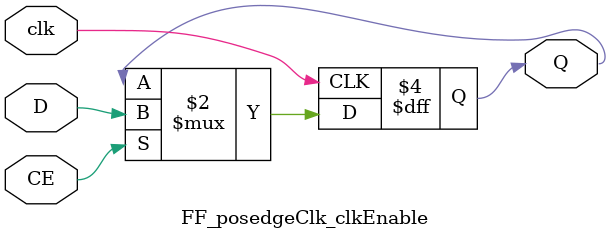
<source format=v>
`timescale 1ns / 1ps
module FF_posedgeClk_clkEnable(
    input D,
    input clk,
    input CE,
    output Q
    );
	 
	 reg Q;
	 always @ (posedge clk) begin
		if (CE)
			Q <= D;
	 end

endmodule

</source>
